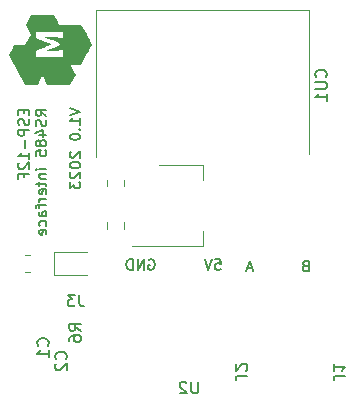
<source format=gbr>
G04 #@! TF.GenerationSoftware,KiCad,Pcbnew,6.0.5+dfsg-1~bpo11+1*
G04 #@! TF.ProjectId,_autosave-esp8266_pzem16_ac,5f617574-6f73-4617-9665-2d6573703832,rev?*
G04 #@! TF.SameCoordinates,Original*
G04 #@! TF.FileFunction,Legend,Bot*
G04 #@! TF.FilePolarity,Positive*
%FSLAX46Y46*%
G04 Gerber Fmt 4.6, Leading zero omitted, Abs format (unit mm)*
%MOMM*%
%LPD*%
G01*
G04 APERTURE LIST*
%ADD10C,0.150000*%
%ADD11C,0.120000*%
%ADD12R,1.524000X2.286000*%
%ADD13R,2.000000X1.500000*%
%ADD14R,2.000000X3.800000*%
G04 APERTURE END LIST*
D10*
X81138071Y-53998000D02*
X80709500Y-53998000D01*
X81223785Y-54255142D02*
X80923785Y-53355142D01*
X80623785Y-54255142D01*
X72368785Y-53271000D02*
X72454500Y-53228142D01*
X72583071Y-53228142D01*
X72711642Y-53271000D01*
X72797357Y-53356714D01*
X72840214Y-53442428D01*
X72883071Y-53613857D01*
X72883071Y-53742428D01*
X72840214Y-53913857D01*
X72797357Y-53999571D01*
X72711642Y-54085285D01*
X72583071Y-54128142D01*
X72497357Y-54128142D01*
X72368785Y-54085285D01*
X72325928Y-54042428D01*
X72325928Y-53742428D01*
X72497357Y-53742428D01*
X71940214Y-54128142D02*
X71940214Y-53228142D01*
X71425928Y-54128142D01*
X71425928Y-53228142D01*
X70997357Y-54128142D02*
X70997357Y-53228142D01*
X70783071Y-53228142D01*
X70654500Y-53271000D01*
X70568785Y-53356714D01*
X70525928Y-53442428D01*
X70483071Y-53613857D01*
X70483071Y-53742428D01*
X70525928Y-53913857D01*
X70568785Y-53999571D01*
X70654500Y-54085285D01*
X70783071Y-54128142D01*
X70997357Y-54128142D01*
X77999642Y-53228142D02*
X78428214Y-53228142D01*
X78471071Y-53656714D01*
X78428214Y-53613857D01*
X78342500Y-53571000D01*
X78128214Y-53571000D01*
X78042500Y-53613857D01*
X77999642Y-53656714D01*
X77956785Y-53742428D01*
X77956785Y-53956714D01*
X77999642Y-54042428D01*
X78042500Y-54085285D01*
X78128214Y-54128142D01*
X78342500Y-54128142D01*
X78428214Y-54085285D01*
X78471071Y-54042428D01*
X77699642Y-53228142D02*
X77399642Y-54128142D01*
X77099642Y-53228142D01*
X61770214Y-40570785D02*
X61770214Y-40870785D01*
X62241642Y-40999357D02*
X62241642Y-40570785D01*
X61341642Y-40570785D01*
X61341642Y-40999357D01*
X62198785Y-41342214D02*
X62241642Y-41470785D01*
X62241642Y-41685071D01*
X62198785Y-41770785D01*
X62155928Y-41813642D01*
X62070214Y-41856500D01*
X61984500Y-41856500D01*
X61898785Y-41813642D01*
X61855928Y-41770785D01*
X61813071Y-41685071D01*
X61770214Y-41513642D01*
X61727357Y-41427928D01*
X61684500Y-41385071D01*
X61598785Y-41342214D01*
X61513071Y-41342214D01*
X61427357Y-41385071D01*
X61384500Y-41427928D01*
X61341642Y-41513642D01*
X61341642Y-41727928D01*
X61384500Y-41856500D01*
X62241642Y-42242214D02*
X61341642Y-42242214D01*
X61341642Y-42585071D01*
X61384500Y-42670785D01*
X61427357Y-42713642D01*
X61513071Y-42756500D01*
X61641642Y-42756500D01*
X61727357Y-42713642D01*
X61770214Y-42670785D01*
X61813071Y-42585071D01*
X61813071Y-42242214D01*
X61898785Y-43142214D02*
X61898785Y-43827928D01*
X62241642Y-44727928D02*
X62241642Y-44213642D01*
X62241642Y-44470785D02*
X61341642Y-44470785D01*
X61470214Y-44385071D01*
X61555928Y-44299357D01*
X61598785Y-44213642D01*
X61427357Y-45070785D02*
X61384500Y-45113642D01*
X61341642Y-45199357D01*
X61341642Y-45413642D01*
X61384500Y-45499357D01*
X61427357Y-45542214D01*
X61513071Y-45585071D01*
X61598785Y-45585071D01*
X61727357Y-45542214D01*
X62241642Y-45027928D01*
X62241642Y-45585071D01*
X61770214Y-46270785D02*
X61770214Y-45970785D01*
X62241642Y-45970785D02*
X61341642Y-45970785D01*
X61341642Y-46399357D01*
X63690642Y-41085071D02*
X63262071Y-40785071D01*
X63690642Y-40570785D02*
X62790642Y-40570785D01*
X62790642Y-40913642D01*
X62833500Y-40999357D01*
X62876357Y-41042214D01*
X62962071Y-41085071D01*
X63090642Y-41085071D01*
X63176357Y-41042214D01*
X63219214Y-40999357D01*
X63262071Y-40913642D01*
X63262071Y-40570785D01*
X63647785Y-41427928D02*
X63690642Y-41556500D01*
X63690642Y-41770785D01*
X63647785Y-41856500D01*
X63604928Y-41899357D01*
X63519214Y-41942214D01*
X63433500Y-41942214D01*
X63347785Y-41899357D01*
X63304928Y-41856500D01*
X63262071Y-41770785D01*
X63219214Y-41599357D01*
X63176357Y-41513642D01*
X63133500Y-41470785D01*
X63047785Y-41427928D01*
X62962071Y-41427928D01*
X62876357Y-41470785D01*
X62833500Y-41513642D01*
X62790642Y-41599357D01*
X62790642Y-41813642D01*
X62833500Y-41942214D01*
X63090642Y-42713642D02*
X63690642Y-42713642D01*
X62747785Y-42499357D02*
X63390642Y-42285071D01*
X63390642Y-42842214D01*
X63176357Y-43313642D02*
X63133500Y-43227928D01*
X63090642Y-43185071D01*
X63004928Y-43142214D01*
X62962071Y-43142214D01*
X62876357Y-43185071D01*
X62833500Y-43227928D01*
X62790642Y-43313642D01*
X62790642Y-43485071D01*
X62833500Y-43570785D01*
X62876357Y-43613642D01*
X62962071Y-43656500D01*
X63004928Y-43656500D01*
X63090642Y-43613642D01*
X63133500Y-43570785D01*
X63176357Y-43485071D01*
X63176357Y-43313642D01*
X63219214Y-43227928D01*
X63262071Y-43185071D01*
X63347785Y-43142214D01*
X63519214Y-43142214D01*
X63604928Y-43185071D01*
X63647785Y-43227928D01*
X63690642Y-43313642D01*
X63690642Y-43485071D01*
X63647785Y-43570785D01*
X63604928Y-43613642D01*
X63519214Y-43656500D01*
X63347785Y-43656500D01*
X63262071Y-43613642D01*
X63219214Y-43570785D01*
X63176357Y-43485071D01*
X62790642Y-44470785D02*
X62790642Y-44042214D01*
X63219214Y-43999357D01*
X63176357Y-44042214D01*
X63133500Y-44127928D01*
X63133500Y-44342214D01*
X63176357Y-44427928D01*
X63219214Y-44470785D01*
X63304928Y-44513642D01*
X63519214Y-44513642D01*
X63604928Y-44470785D01*
X63647785Y-44427928D01*
X63690642Y-44342214D01*
X63690642Y-44127928D01*
X63647785Y-44042214D01*
X63604928Y-43999357D01*
X63690642Y-45585071D02*
X63090642Y-45585071D01*
X62790642Y-45585071D02*
X62833500Y-45542214D01*
X62876357Y-45585071D01*
X62833500Y-45627928D01*
X62790642Y-45585071D01*
X62876357Y-45585071D01*
X63090642Y-46013642D02*
X63690642Y-46013642D01*
X63176357Y-46013642D02*
X63133500Y-46056500D01*
X63090642Y-46142214D01*
X63090642Y-46270785D01*
X63133500Y-46356500D01*
X63219214Y-46399357D01*
X63690642Y-46399357D01*
X63090642Y-46699357D02*
X63090642Y-47042214D01*
X62790642Y-46827928D02*
X63562071Y-46827928D01*
X63647785Y-46870785D01*
X63690642Y-46956500D01*
X63690642Y-47042214D01*
X63647785Y-47685071D02*
X63690642Y-47599357D01*
X63690642Y-47427928D01*
X63647785Y-47342214D01*
X63562071Y-47299357D01*
X63219214Y-47299357D01*
X63133500Y-47342214D01*
X63090642Y-47427928D01*
X63090642Y-47599357D01*
X63133500Y-47685071D01*
X63219214Y-47727928D01*
X63304928Y-47727928D01*
X63390642Y-47299357D01*
X63690642Y-48113642D02*
X63090642Y-48113642D01*
X63262071Y-48113642D02*
X63176357Y-48156500D01*
X63133500Y-48199357D01*
X63090642Y-48285071D01*
X63090642Y-48370785D01*
X63090642Y-48542214D02*
X63090642Y-48885071D01*
X63690642Y-48670785D02*
X62919214Y-48670785D01*
X62833500Y-48713642D01*
X62790642Y-48799357D01*
X62790642Y-48885071D01*
X63690642Y-49570785D02*
X63219214Y-49570785D01*
X63133500Y-49527928D01*
X63090642Y-49442214D01*
X63090642Y-49270785D01*
X63133500Y-49185071D01*
X63647785Y-49570785D02*
X63690642Y-49485071D01*
X63690642Y-49270785D01*
X63647785Y-49185071D01*
X63562071Y-49142214D01*
X63476357Y-49142214D01*
X63390642Y-49185071D01*
X63347785Y-49270785D01*
X63347785Y-49485071D01*
X63304928Y-49570785D01*
X63647785Y-50385071D02*
X63690642Y-50299357D01*
X63690642Y-50127928D01*
X63647785Y-50042214D01*
X63604928Y-49999357D01*
X63519214Y-49956500D01*
X63262071Y-49956500D01*
X63176357Y-49999357D01*
X63133500Y-50042214D01*
X63090642Y-50127928D01*
X63090642Y-50299357D01*
X63133500Y-50385071D01*
X63647785Y-51113642D02*
X63690642Y-51027928D01*
X63690642Y-50856500D01*
X63647785Y-50770785D01*
X63562071Y-50727928D01*
X63219214Y-50727928D01*
X63133500Y-50770785D01*
X63090642Y-50856500D01*
X63090642Y-51027928D01*
X63133500Y-51113642D01*
X63219214Y-51156500D01*
X63304928Y-51156500D01*
X63390642Y-50727928D01*
X65688642Y-40442214D02*
X66588642Y-40742214D01*
X65688642Y-41042214D01*
X66588642Y-41813642D02*
X66588642Y-41299357D01*
X66588642Y-41556500D02*
X65688642Y-41556500D01*
X65817214Y-41470785D01*
X65902928Y-41385071D01*
X65945785Y-41299357D01*
X66502928Y-42199357D02*
X66545785Y-42242214D01*
X66588642Y-42199357D01*
X66545785Y-42156500D01*
X66502928Y-42199357D01*
X66588642Y-42199357D01*
X65688642Y-42799357D02*
X65688642Y-42885071D01*
X65731500Y-42970785D01*
X65774357Y-43013642D01*
X65860071Y-43056500D01*
X66031500Y-43099357D01*
X66245785Y-43099357D01*
X66417214Y-43056500D01*
X66502928Y-43013642D01*
X66545785Y-42970785D01*
X66588642Y-42885071D01*
X66588642Y-42799357D01*
X66545785Y-42713642D01*
X66502928Y-42670785D01*
X66417214Y-42627928D01*
X66245785Y-42585071D01*
X66031500Y-42585071D01*
X65860071Y-42627928D01*
X65774357Y-42670785D01*
X65731500Y-42713642D01*
X65688642Y-42799357D01*
X65774357Y-44127928D02*
X65731500Y-44170785D01*
X65688642Y-44256500D01*
X65688642Y-44470785D01*
X65731500Y-44556500D01*
X65774357Y-44599357D01*
X65860071Y-44642214D01*
X65945785Y-44642214D01*
X66074357Y-44599357D01*
X66588642Y-44085071D01*
X66588642Y-44642214D01*
X65688642Y-45199357D02*
X65688642Y-45285071D01*
X65731500Y-45370785D01*
X65774357Y-45413642D01*
X65860071Y-45456500D01*
X66031500Y-45499357D01*
X66245785Y-45499357D01*
X66417214Y-45456500D01*
X66502928Y-45413642D01*
X66545785Y-45370785D01*
X66588642Y-45285071D01*
X66588642Y-45199357D01*
X66545785Y-45113642D01*
X66502928Y-45070785D01*
X66417214Y-45027928D01*
X66245785Y-44985071D01*
X66031500Y-44985071D01*
X65860071Y-45027928D01*
X65774357Y-45070785D01*
X65731500Y-45113642D01*
X65688642Y-45199357D01*
X65774357Y-45842214D02*
X65731500Y-45885071D01*
X65688642Y-45970785D01*
X65688642Y-46185071D01*
X65731500Y-46270785D01*
X65774357Y-46313642D01*
X65860071Y-46356500D01*
X65945785Y-46356500D01*
X66074357Y-46313642D01*
X66588642Y-45799357D01*
X66588642Y-46356500D01*
X65688642Y-46656500D02*
X65688642Y-47213642D01*
X66031500Y-46913642D01*
X66031500Y-47042214D01*
X66074357Y-47127928D01*
X66117214Y-47170785D01*
X66202928Y-47213642D01*
X66417214Y-47213642D01*
X66502928Y-47170785D01*
X66545785Y-47127928D01*
X66588642Y-47042214D01*
X66588642Y-46785071D01*
X66545785Y-46699357D01*
X66502928Y-46656500D01*
X85621214Y-53783714D02*
X85492642Y-53826571D01*
X85449785Y-53869428D01*
X85406928Y-53955142D01*
X85406928Y-54083714D01*
X85449785Y-54169428D01*
X85492642Y-54212285D01*
X85578357Y-54255142D01*
X85921214Y-54255142D01*
X85921214Y-53355142D01*
X85621214Y-53355142D01*
X85535500Y-53398000D01*
X85492642Y-53440857D01*
X85449785Y-53526571D01*
X85449785Y-53612285D01*
X85492642Y-53698000D01*
X85535500Y-53740857D01*
X85621214Y-53783714D01*
X85921214Y-53783714D01*
X87352142Y-37790523D02*
X87399761Y-37742904D01*
X87447380Y-37600047D01*
X87447380Y-37504809D01*
X87399761Y-37361952D01*
X87304523Y-37266714D01*
X87209285Y-37219095D01*
X87018809Y-37171476D01*
X86875952Y-37171476D01*
X86685476Y-37219095D01*
X86590238Y-37266714D01*
X86495000Y-37361952D01*
X86447380Y-37504809D01*
X86447380Y-37600047D01*
X86495000Y-37742904D01*
X86542619Y-37790523D01*
X86447380Y-38219095D02*
X87256904Y-38219095D01*
X87352142Y-38266714D01*
X87399761Y-38314333D01*
X87447380Y-38409571D01*
X87447380Y-38600047D01*
X87399761Y-38695285D01*
X87352142Y-38742904D01*
X87256904Y-38790523D01*
X86447380Y-38790523D01*
X87447380Y-39790523D02*
X87447380Y-39219095D01*
X87447380Y-39504809D02*
X86447380Y-39504809D01*
X86590238Y-39409571D01*
X86685476Y-39314333D01*
X86733095Y-39219095D01*
X80732119Y-63071333D02*
X80017833Y-63071333D01*
X79874976Y-63118952D01*
X79779738Y-63214190D01*
X79732119Y-63357047D01*
X79732119Y-63452285D01*
X80636880Y-62642761D02*
X80684500Y-62595142D01*
X80732119Y-62499904D01*
X80732119Y-62261809D01*
X80684500Y-62166571D01*
X80636880Y-62118952D01*
X80541642Y-62071333D01*
X80446404Y-62071333D01*
X80303547Y-62118952D01*
X79732119Y-62690380D01*
X79732119Y-62071333D01*
X66619380Y-59269333D02*
X66143190Y-58936000D01*
X66619380Y-58697904D02*
X65619380Y-58697904D01*
X65619380Y-59078857D01*
X65667000Y-59174095D01*
X65714619Y-59221714D01*
X65809857Y-59269333D01*
X65952714Y-59269333D01*
X66047952Y-59221714D01*
X66095571Y-59174095D01*
X66143190Y-59078857D01*
X66143190Y-58697904D01*
X65619380Y-60126476D02*
X65619380Y-59936000D01*
X65667000Y-59840761D01*
X65714619Y-59793142D01*
X65857476Y-59697904D01*
X66047952Y-59650285D01*
X66428904Y-59650285D01*
X66524142Y-59697904D01*
X66571761Y-59745523D01*
X66619380Y-59840761D01*
X66619380Y-60031238D01*
X66571761Y-60126476D01*
X66524142Y-60174095D01*
X66428904Y-60221714D01*
X66190809Y-60221714D01*
X66095571Y-60174095D01*
X66047952Y-60126476D01*
X66000333Y-60031238D01*
X66000333Y-59840761D01*
X66047952Y-59745523D01*
X66095571Y-59697904D01*
X66190809Y-59650285D01*
X76557404Y-63587380D02*
X76557404Y-64396904D01*
X76509785Y-64492142D01*
X76462166Y-64539761D01*
X76366928Y-64587380D01*
X76176452Y-64587380D01*
X76081214Y-64539761D01*
X76033595Y-64492142D01*
X75985976Y-64396904D01*
X75985976Y-63587380D01*
X75557404Y-63682619D02*
X75509785Y-63635000D01*
X75414547Y-63587380D01*
X75176452Y-63587380D01*
X75081214Y-63635000D01*
X75033595Y-63682619D01*
X74985976Y-63777857D01*
X74985976Y-63873095D01*
X75033595Y-64015952D01*
X75605023Y-64587380D01*
X74985976Y-64587380D01*
X89019119Y-63071333D02*
X88304833Y-63071333D01*
X88161976Y-63118952D01*
X88066738Y-63214190D01*
X88019119Y-63357047D01*
X88019119Y-63452285D01*
X88019119Y-62071333D02*
X88019119Y-62642761D01*
X88019119Y-62357047D02*
X89019119Y-62357047D01*
X88876261Y-62452285D01*
X88781023Y-62547523D01*
X88733404Y-62642761D01*
X66500333Y-56221380D02*
X66500333Y-56935666D01*
X66547952Y-57078523D01*
X66643190Y-57173761D01*
X66786047Y-57221380D01*
X66881285Y-57221380D01*
X66119380Y-56221380D02*
X65500333Y-56221380D01*
X65833666Y-56602333D01*
X65690809Y-56602333D01*
X65595571Y-56649952D01*
X65547952Y-56697571D01*
X65500333Y-56792809D01*
X65500333Y-57030904D01*
X65547952Y-57126142D01*
X65595571Y-57173761D01*
X65690809Y-57221380D01*
X65976523Y-57221380D01*
X66071761Y-57173761D01*
X66119380Y-57126142D01*
X63833642Y-60539333D02*
X63881261Y-60491714D01*
X63928880Y-60348857D01*
X63928880Y-60253619D01*
X63881261Y-60110761D01*
X63786023Y-60015523D01*
X63690785Y-59967904D01*
X63500309Y-59920285D01*
X63357452Y-59920285D01*
X63166976Y-59967904D01*
X63071738Y-60015523D01*
X62976500Y-60110761D01*
X62928880Y-60253619D01*
X62928880Y-60348857D01*
X62976500Y-60491714D01*
X63024119Y-60539333D01*
X63928880Y-61491714D02*
X63928880Y-60920285D01*
X63928880Y-61206000D02*
X62928880Y-61206000D01*
X63071738Y-61110761D01*
X63166976Y-61015523D01*
X63214595Y-60920285D01*
X65357642Y-61682333D02*
X65405261Y-61634714D01*
X65452880Y-61491857D01*
X65452880Y-61396619D01*
X65405261Y-61253761D01*
X65310023Y-61158523D01*
X65214785Y-61110904D01*
X65024309Y-61063285D01*
X64881452Y-61063285D01*
X64690976Y-61110904D01*
X64595738Y-61158523D01*
X64500500Y-61253761D01*
X64452880Y-61396619D01*
X64452880Y-61491857D01*
X64500500Y-61634714D01*
X64548119Y-61682333D01*
X64548119Y-62063285D02*
X64500500Y-62110904D01*
X64452880Y-62206142D01*
X64452880Y-62444238D01*
X64500500Y-62539476D01*
X64548119Y-62587095D01*
X64643357Y-62634714D01*
X64738595Y-62634714D01*
X64881452Y-62587095D01*
X65452880Y-62015666D01*
X65452880Y-62634714D01*
D11*
X67945000Y-44577000D02*
X67945000Y-32131000D01*
X67945000Y-32131000D02*
X85979000Y-32131000D01*
X85979000Y-32131000D02*
X85979000Y-44323000D01*
G36*
X64565074Y-32932705D02*
G01*
X64796912Y-33358667D01*
X65108667Y-33359220D01*
X66675000Y-33361997D01*
X67111980Y-34143498D01*
X67246198Y-34390961D01*
X67399419Y-34696231D01*
X67501503Y-34928836D01*
X67535314Y-35052000D01*
X67511285Y-35127183D01*
X67419355Y-35333728D01*
X67275716Y-35624241D01*
X67098334Y-35961333D01*
X66675000Y-36743665D01*
X66230500Y-36744499D01*
X66058556Y-36749798D01*
X65862803Y-36773214D01*
X65787020Y-36808834D01*
X65798367Y-36848662D01*
X65872108Y-37007571D01*
X65991569Y-37228278D01*
X66195098Y-37584222D01*
X65969382Y-38010732D01*
X65743667Y-38437242D01*
X64761692Y-38437955D01*
X63779718Y-38438667D01*
X63625156Y-38095910D01*
X63581728Y-38003559D01*
X63476030Y-37808204D01*
X63401651Y-37710544D01*
X63362901Y-37722184D01*
X63263767Y-37842526D01*
X63145483Y-38053301D01*
X62958258Y-38438667D01*
X62445962Y-38436846D01*
X61933667Y-38435025D01*
X61243276Y-37168877D01*
X60643003Y-36068000D01*
X62822667Y-36068000D01*
X65108667Y-36068000D01*
X65108667Y-35538159D01*
X64325500Y-35590020D01*
X64051861Y-35606529D01*
X63801618Y-35612120D01*
X63707457Y-35591083D01*
X63770484Y-35536588D01*
X63991806Y-35441806D01*
X64372532Y-35299907D01*
X64410484Y-35285899D01*
X64697025Y-35157175D01*
X64824032Y-35038937D01*
X64789514Y-34922353D01*
X64591479Y-34798591D01*
X64227934Y-34658821D01*
X64197211Y-34648411D01*
X63909329Y-34545843D01*
X63692970Y-34460078D01*
X63592934Y-34408756D01*
X63605700Y-34397326D01*
X63741428Y-34389011D01*
X63992666Y-34395533D01*
X64325500Y-34416533D01*
X65108667Y-34477310D01*
X65108667Y-33951334D01*
X62822667Y-33951334D01*
X62822667Y-34233013D01*
X62828379Y-34364003D01*
X62867046Y-34464147D01*
X62970523Y-34545670D01*
X63170658Y-34632918D01*
X63499298Y-34750234D01*
X63623550Y-34794718D01*
X63898977Y-34903863D01*
X64082492Y-34992481D01*
X64139527Y-35044675D01*
X64130357Y-35053326D01*
X64004519Y-35114012D01*
X63768140Y-35203022D01*
X63462896Y-35304360D01*
X63201795Y-35387814D01*
X62986071Y-35469781D01*
X62873133Y-35546874D01*
X62829744Y-35644127D01*
X62822667Y-35786573D01*
X62822667Y-36068000D01*
X60643003Y-36068000D01*
X60552885Y-35902728D01*
X60777609Y-35478076D01*
X61002334Y-35053425D01*
X61468000Y-35051492D01*
X61933667Y-35049560D01*
X62404661Y-34195704D01*
X61948311Y-33357238D01*
X62389503Y-32554334D01*
X63361370Y-32530538D01*
X64333237Y-32506743D01*
X64565074Y-32932705D01*
G37*
X61899436Y-54329000D02*
X62353564Y-54329000D01*
X61899436Y-52859000D02*
X62353564Y-52859000D01*
X73207000Y-45245000D02*
X76967000Y-45245000D01*
X76967000Y-45245000D02*
X76967000Y-46505000D01*
X76967000Y-52065000D02*
X76967000Y-50805000D01*
X70957000Y-52065000D02*
X76967000Y-52065000D01*
X64316000Y-52634000D02*
X67176000Y-52634000D01*
X67176000Y-54554000D02*
X64316000Y-54554000D01*
X64316000Y-54554000D02*
X64316000Y-52634000D01*
X70306000Y-47011252D02*
X70306000Y-46488748D01*
X68836000Y-47011252D02*
X68836000Y-46488748D01*
X68836000Y-50105748D02*
X68836000Y-50628252D01*
X70306000Y-50105748D02*
X70306000Y-50628252D01*
%LPC*%
D12*
X69215000Y-43053000D03*
X71755000Y-43053000D03*
X74295000Y-43053000D03*
X76835000Y-43053000D03*
X79375000Y-43053000D03*
X81915000Y-43053000D03*
X84455000Y-43053000D03*
G36*
G01*
X76422000Y-54991000D02*
X75660000Y-54991000D01*
G75*
G02*
X75279000Y-54610000I0J381000D01*
G01*
X75279000Y-53086000D01*
G75*
G02*
X75660000Y-52705000I381000J0D01*
G01*
X76422000Y-52705000D01*
G75*
G02*
X76803000Y-53086000I0J-381000D01*
G01*
X76803000Y-54610000D01*
G75*
G02*
X76422000Y-54991000I-381000J0D01*
G01*
G37*
G36*
G01*
X74422000Y-54991000D02*
X73660000Y-54991000D01*
G75*
G02*
X73279000Y-54610000I0J381000D01*
G01*
X73279000Y-53086000D01*
G75*
G02*
X73660000Y-52705000I381000J0D01*
G01*
X74422000Y-52705000D01*
G75*
G02*
X74803000Y-53086000I0J-381000D01*
G01*
X74803000Y-54610000D01*
G75*
G02*
X74422000Y-54991000I-381000J0D01*
G01*
G37*
G36*
G01*
X60701500Y-54044000D02*
X60701500Y-53144000D01*
G75*
G02*
X60951500Y-52894000I250000J0D01*
G01*
X61476500Y-52894000D01*
G75*
G02*
X61726500Y-53144000I0J-250000D01*
G01*
X61726500Y-54044000D01*
G75*
G02*
X61476500Y-54294000I-250000J0D01*
G01*
X60951500Y-54294000D01*
G75*
G02*
X60701500Y-54044000I0J250000D01*
G01*
G37*
G36*
G01*
X62526500Y-54044000D02*
X62526500Y-53144000D01*
G75*
G02*
X62776500Y-52894000I250000J0D01*
G01*
X63301500Y-52894000D01*
G75*
G02*
X63551500Y-53144000I0J-250000D01*
G01*
X63551500Y-54044000D01*
G75*
G02*
X63301500Y-54294000I-250000J0D01*
G01*
X62776500Y-54294000D01*
G75*
G02*
X62526500Y-54044000I0J250000D01*
G01*
G37*
D13*
X71907000Y-50955000D03*
X71907000Y-48655000D03*
D14*
X78207000Y-48655000D03*
D13*
X71907000Y-46355000D03*
G36*
G01*
X84709000Y-54991000D02*
X83947000Y-54991000D01*
G75*
G02*
X83566000Y-54610000I0J381000D01*
G01*
X83566000Y-53086000D01*
G75*
G02*
X83947000Y-52705000I381000J0D01*
G01*
X84709000Y-52705000D01*
G75*
G02*
X85090000Y-53086000I0J-381000D01*
G01*
X85090000Y-54610000D01*
G75*
G02*
X84709000Y-54991000I-381000J0D01*
G01*
G37*
G36*
G01*
X82709000Y-54991000D02*
X81947000Y-54991000D01*
G75*
G02*
X81566000Y-54610000I0J381000D01*
G01*
X81566000Y-53086000D01*
G75*
G02*
X81947000Y-52705000I381000J0D01*
G01*
X82709000Y-52705000D01*
G75*
G02*
X83090000Y-53086000I0J-381000D01*
G01*
X83090000Y-54610000D01*
G75*
G02*
X82709000Y-54991000I-381000J0D01*
G01*
G37*
G36*
G01*
X64576000Y-54044000D02*
X64576000Y-53144000D01*
G75*
G02*
X64826000Y-52894000I250000J0D01*
G01*
X65476000Y-52894000D01*
G75*
G02*
X65726000Y-53144000I0J-250000D01*
G01*
X65726000Y-54044000D01*
G75*
G02*
X65476000Y-54294000I-250000J0D01*
G01*
X64826000Y-54294000D01*
G75*
G02*
X64576000Y-54044000I0J250000D01*
G01*
G37*
G36*
G01*
X66626000Y-54044000D02*
X66626000Y-53144000D01*
G75*
G02*
X66876000Y-52894000I250000J0D01*
G01*
X67526000Y-52894000D01*
G75*
G02*
X67776000Y-53144000I0J-250000D01*
G01*
X67776000Y-54044000D01*
G75*
G02*
X67526000Y-54294000I-250000J0D01*
G01*
X66876000Y-54294000D01*
G75*
G02*
X66626000Y-54044000I0J250000D01*
G01*
G37*
G36*
G01*
X70046000Y-48200000D02*
X69096000Y-48200000D01*
G75*
G02*
X68846000Y-47950000I0J250000D01*
G01*
X68846000Y-47450000D01*
G75*
G02*
X69096000Y-47200000I250000J0D01*
G01*
X70046000Y-47200000D01*
G75*
G02*
X70296000Y-47450000I0J-250000D01*
G01*
X70296000Y-47950000D01*
G75*
G02*
X70046000Y-48200000I-250000J0D01*
G01*
G37*
G36*
G01*
X70046000Y-46300000D02*
X69096000Y-46300000D01*
G75*
G02*
X68846000Y-46050000I0J250000D01*
G01*
X68846000Y-45550000D01*
G75*
G02*
X69096000Y-45300000I250000J0D01*
G01*
X70046000Y-45300000D01*
G75*
G02*
X70296000Y-45550000I0J-250000D01*
G01*
X70296000Y-46050000D01*
G75*
G02*
X70046000Y-46300000I-250000J0D01*
G01*
G37*
G36*
G01*
X69096000Y-48917000D02*
X70046000Y-48917000D01*
G75*
G02*
X70296000Y-49167000I0J-250000D01*
G01*
X70296000Y-49667000D01*
G75*
G02*
X70046000Y-49917000I-250000J0D01*
G01*
X69096000Y-49917000D01*
G75*
G02*
X68846000Y-49667000I0J250000D01*
G01*
X68846000Y-49167000D01*
G75*
G02*
X69096000Y-48917000I250000J0D01*
G01*
G37*
G36*
G01*
X69096000Y-50817000D02*
X70046000Y-50817000D01*
G75*
G02*
X70296000Y-51067000I0J-250000D01*
G01*
X70296000Y-51567000D01*
G75*
G02*
X70046000Y-51817000I-250000J0D01*
G01*
X69096000Y-51817000D01*
G75*
G02*
X68846000Y-51567000I0J250000D01*
G01*
X68846000Y-51067000D01*
G75*
G02*
X69096000Y-50817000I250000J0D01*
G01*
G37*
M02*

</source>
